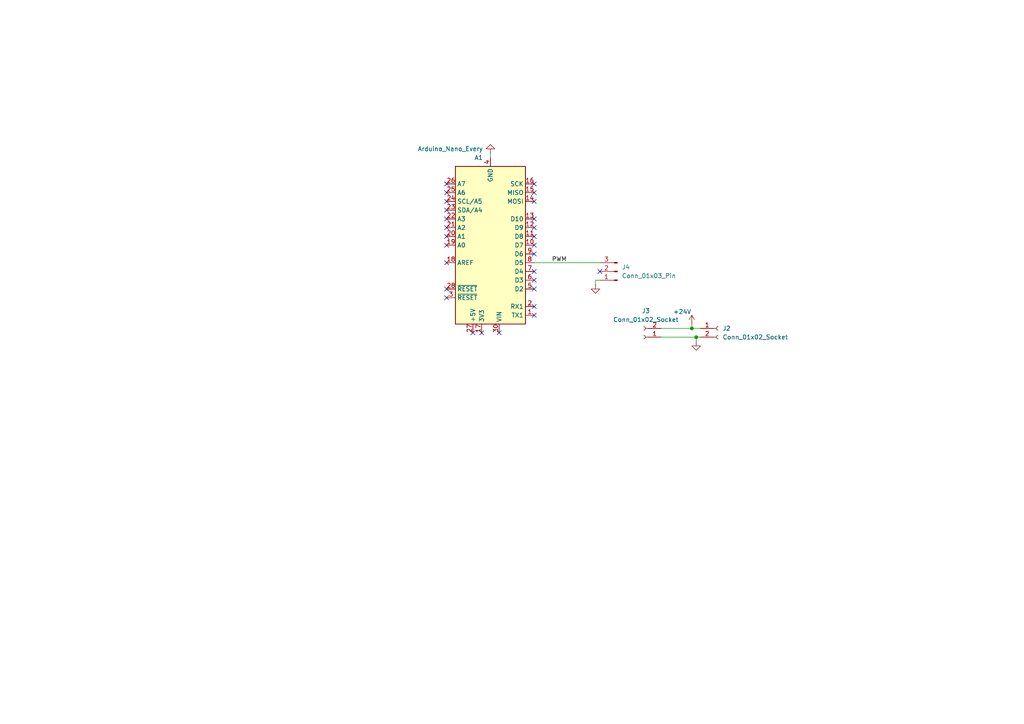
<source format=kicad_sch>
(kicad_sch (version 20250114) (generator "eeschema") (generator_version "9.0")
  (paper "A4")
  (lib_symbols
    (symbol "Connector:Conn_01x02_Socket" (pin_names (offset 1.016) (hide yes))
      (property "Reference" "J" (at 0 2.54 0))
      (property "Value" "Conn_01x02_Socket" (at 0 -5.08 0))
      (symbol "Conn_01x02_Socket_1_1"
        (polyline (pts (xy -1.27 0) (xy -0.508 0)) (stroke (width 0.1524)))
        (polyline (pts (xy -1.27 -2.54) (xy -0.508 -2.54)) (stroke (width 0.1524)))
        (arc (start 0 -0.508) (mid -0.5058 0) (end 0 0.508) (stroke (width 0.1524)))
        (arc (start 0 -3.048) (mid -0.5058 -2.54) (end 0 -2.032) (stroke (width 0.1524)))
        (pin passive line (at -5.08 0 0) (length 3.81) (name "Pin_1") (number "1"))
        (pin passive line (at -5.08 -2.54 0) (length 3.81) (name "Pin_2") (number "2"))
      )
    )
    (symbol "Connector:Conn_01x03_Pin" (pin_names (offset 1.016) (hide yes))
      (property "Reference" "J" (at 0 5.08 0))
      (property "Value" "Conn_01x03_Pin" (at 0 -5.08 0))
      (symbol "Conn_01x03_Pin_1_1"
        (rectangle (start 0.8636 2.667) (end 0 2.413) (stroke (width 0.1524)) (fill (type outline)))
        (rectangle (start 0.8636 0.127) (end 0 -0.127) (stroke (width 0.1524)) (fill (type outline)))
        (rectangle (start 0.8636 -2.413) (end 0 -2.667) (stroke (width 0.1524)) (fill (type outline)))
        (polyline (pts (xy 1.27 2.54) (xy 0.8636 2.54)) (stroke (width 0.1524)))
        (polyline (pts (xy 1.27 0) (xy 0.8636 0)) (stroke (width 0.1524)))
        (polyline (pts (xy 1.27 -2.54) (xy 0.8636 -2.54)) (stroke (width 0.1524)))
        (pin passive line (at 5.08 2.54 180) (length 3.81) (name "Pin_1") (number "1"))
        (pin passive line (at 5.08 0 180) (length 3.81) (name "Pin_2") (number "2"))
        (pin passive line (at 5.08 -2.54 180) (length 3.81) (name "Pin_3") (number "3"))
      )
    )
    (symbol "MCU_Module:Arduino_Nano_Every"
      (property "Reference" "A" (at -10.16 23.495 0))
      (property "Value" "Arduino_Nano_Every" (at 5.08 -24.13 0))
      (symbol "Arduino_Nano_Every_0_1"
        (rectangle (start -10.16 22.86) (end 10.16 -22.86) (stroke (width 0.254)) (fill (type background)))
      )
      (symbol "Arduino_Nano_Every_1_1"
        (pin bidirectional line (at -12.7 20.32 0) (length 2.54) (name "TX1") (number "1"))
        (pin bidirectional line (at -12.7 17.78 0) (length 2.54) (name "RX1") (number "2"))
        (pin bidirectional line (at -12.7 12.7 0) (length 2.54) (name "D2") (number "5"))
        (pin bidirectional line (at -12.7 10.16 0) (length 2.54) (name "D3") (number "6"))
        (pin bidirectional line (at -12.7 7.62 0) (length 2.54) (name "D4") (number "7"))
        (pin bidirectional line (at -12.7 5.08 0) (length 2.54) (name "D5") (number "8"))
        (pin bidirectional line (at -12.7 2.54 0) (length 2.54) (name "D6") (number "9"))
        (pin bidirectional line (at -12.7 0 0) (length 2.54) (name "D7") (number "10"))
        (pin bidirectional line (at -12.7 -2.54 0) (length 2.54) (name "D8") (number "11"))
        (pin bidirectional line (at -12.7 -5.08 0) (length 2.54) (name "D9") (number "12"))
        (pin bidirectional line (at -12.7 -7.62 0) (length 2.54) (name "D10") (number "13"))
        (pin bidirectional line (at -12.7 -12.7 0) (length 2.54) (name "MOSI") (number "14"))
        (pin bidirectional line (at -12.7 -15.24 0) (length 2.54) (name "MISO") (number "15"))
        (pin bidirectional line (at -12.7 -17.78 0) (length 2.54) (name "SCK") (number "16"))
        (pin power_in line (at -2.54 25.4 270) (length 2.54) (name "VIN") (number "30"))
        (pin passive line (at 0 -25.4 90) (length 2.54) (hide yes) (name "GND") (number "29"))
        (pin power_in line (at 0 -25.4 90) (length 2.54) (name "GND") (number "4"))
        (pin power_out line (at 2.54 25.4 270) (length 2.54) (name "3V3") (number "17"))
        (pin power_out line (at 5.08 25.4 270) (length 2.54) (name "+5V") (number "27"))
        (pin input line (at 12.7 15.24 180) (length 2.54) (name "~{RESET}") (number "3"))
        (pin input line (at 12.7 12.7 180) (length 2.54) (name "~{RESET}") (number "28"))
        (pin input line (at 12.7 5.08 180) (length 2.54) (name "AREF") (number "18"))
        (pin bidirectional line (at 12.7 0 180) (length 2.54) (name "A0") (number "19"))
        (pin bidirectional line (at 12.7 -2.54 180) (length 2.54) (name "A1") (number "20"))
        (pin bidirectional line (at 12.7 -5.08 180) (length 2.54) (name "A2") (number "21"))
        (pin bidirectional line (at 12.7 -7.62 180) (length 2.54) (name "A3") (number "22"))
        (pin bidirectional line (at 12.7 -10.16 180) (length 2.54) (name "SDA/A4") (number "23"))
        (pin bidirectional line (at 12.7 -12.7 180) (length 2.54) (name "SCL/A5") (number "24"))
        (pin bidirectional line (at 12.7 -15.24 180) (length 2.54) (name "A6") (number "25"))
        (pin bidirectional line (at 12.7 -17.78 180) (length 2.54) (name "A7") (number "26"))
      )
    )
    (symbol "power:+24V" (power) (pin_numbers (hide yes)) (pin_names (offset 0) (hide yes))
      (property "Value" "+24V" (at 0 3.556 0))
      (symbol "+24V_0_1"
        (polyline (pts (xy -0.762 1.27) (xy 0 2.54)))
        (polyline (pts (xy 0 2.54) (xy 0.762 1.27)))
        (polyline (pts (xy 0 0) (xy 0 2.54)))
      )
      (symbol "+24V_1_1"
        (pin power_in line (at 0 0 90) (length 0) (name "~") (number "1"))
      )
    )
    (symbol "power:GND" (power) (pin_numbers (hide yes)) (pin_names (offset 0) (hide yes))
      (property "Value" "GND" (at 0 -3.81 0))
      (symbol "GND_0_1"
        (polyline (pts (xy 0 0) (xy 0 -1.27) (xy 1.27 -1.27) (xy 0 -2.54) (xy -1.27 -1.27) (xy 0 -1.27)))
      )
      (symbol "GND_1_1"
        (pin power_in line (at 0 0 270) (length 0) (name "~") (number "1"))
      )
    )
  )
  (junction (at 200.66 95.25))
  (junction (at 201.93 97.79))
  (no_connect (at 154.94 78.74))
  (no_connect (at 129.54 76.2))
  (no_connect (at 154.94 53.34))
  (no_connect (at 154.94 55.88))
  (no_connect (at 129.54 71.12))
  (no_connect (at 154.94 91.44))
  (no_connect (at 129.54 63.5))
  (no_connect (at 139.7 96.52))
  (no_connect (at 154.94 71.12))
  (no_connect (at 154.94 81.28))
  (no_connect (at 137.16 96.52))
  (no_connect (at 154.94 58.42))
  (no_connect (at 129.54 66.04))
  (no_connect (at 154.94 66.04))
  (no_connect (at 129.54 86.36))
  (no_connect (at 154.94 83.82))
  (no_connect (at 144.78 96.52))
  (no_connect (at 129.54 60.96))
  (no_connect (at 173.99 78.74))
  (no_connect (at 129.54 58.42))
  (no_connect (at 129.54 55.88))
  (no_connect (at 154.94 68.58))
  (no_connect (at 154.94 73.66))
  (no_connect (at 154.94 63.5))
  (no_connect (at 129.54 83.82))
  (no_connect (at 154.94 88.9))
  (no_connect (at 129.54 53.34))
  (no_connect (at 129.54 68.58))
  (wire (pts (xy 142.24 44.45) (xy 142.24 45.72)))
  (wire (pts (xy 191.77 97.79) (xy 201.93 97.79)))
  (wire (pts (xy 200.66 95.25) (xy 203.2 95.25)))
  (wire (pts (xy 201.93 99.06) (xy 201.93 97.79)))
  (wire (pts (xy 200.66 93.98) (xy 200.66 95.25)))
  (wire (pts (xy 201.93 97.79) (xy 203.2 97.79)))
  (wire (pts (xy 191.77 95.25) (xy 200.66 95.25)))
  (wire (pts (xy 172.72 81.28) (xy 173.99 81.28)))
  (wire (pts (xy 154.94 76.2) (xy 173.99 76.2)))
  (wire (pts (xy 172.72 82.55) (xy 172.72 81.28)))
  (label "PWM" (at 160.02 76.2 0))
  (symbol (lib_id "power:GND") (at 142.24 44.45 180) (unit 1)
    (property "Reference" "#PWR03" (effects (hide yes)))
    (property "Value" "GND" (effects (hide yes)))
    (property "Description" "Power symbol creates a global label with name \"GND\" , ground" (effects (hide yes)))
  )
  (symbol (lib_id "power:GND") (at 172.72 82.55 0) (unit 1)
    (property "Reference" "#PWR02" (effects (hide yes)))
    (property "Value" "GND" (effects (hide yes)))
    (property "Description" "Power symbol creates a global label with name \"GND\" , ground" (effects (hide yes)))
  )
  (symbol (lib_id "Connector:Conn_01x02_Socket") (at 186.69 97.79 180) (unit 1)
    (property "Reference" "J3" (at 187.325 90.17 0))
    (property "Value" "Conn_01x02_Socket" (at 187.325 92.71 0))
    (property "Footprint" "TerminalBlock:TerminalBlock_MaiXu_MX126-5.0-02P_1x02_P5.00mm" (effects (hide yes)))
    (property "Description" "Generic connector, single row, 01x02, script generated" (effects (hide yes)))
  )
  (symbol (lib_id "Connector:Conn_01x03_Pin") (at 179.07 78.74 180) (unit 1)
    (property "Reference" "J4" (at 180.34 77.4699 0) (effects (justify right)))
    (property "Value" "Conn_01x03_Pin" (at 180.34 80.0099 0) (effects (justify right)))
    (property "Footprint" "Connector_PinHeader_2.54mm:PinHeader_1x03_P2.54mm_Vertical" (effects (hide yes)))
    (property "Description" "Generic connector, single row, 01x03, script generated" (effects (hide yes)))
  )
  (symbol (lib_id "power:+24V") (at 200.66 93.98 0) (unit 1)
    (property "Reference" "#PWR04" (effects (hide yes)))
    (property "Value" "+24V" (at 197.866 90.424 0))
    (property "Description" "Power symbol creates a global label with name \"+24V\"" (effects (hide yes)))
  )
  (symbol (lib_id "Connector:Conn_01x02_Socket") (at 208.28 95.25 0) (unit 1)
    (property "Reference" "J2" (at 209.55 95.2499 0) (effects (justify left)))
    (property "Value" "Conn_01x02_Socket" (at 209.55 97.7899 0) (effects (justify left)))
    (property "Footprint" "TerminalBlock:TerminalBlock_MaiXu_MX126-5.0-02P_1x02_P5.00mm" (effects (hide yes)))
    (property "Description" "Generic connector, single row, 01x02, script generated" (effects (hide yes)))
  )
  (symbol (lib_id "power:GND") (at 201.93 99.06 0) (unit 1)
    (property "Reference" "#PWR01" (effects (hide yes)))
    (property "Value" "GND" (effects (hide yes)))
    (property "Description" "Power symbol creates a global label with name \"GND\" , ground" (effects (hide yes)))
  )
  (symbol (lib_id "MCU_Module:Arduino_Nano_Every") (at 142.24 71.12 180) (unit 1)
    (property "Reference" "A1" (at 140.0967 45.72 0) (effects (justify left)))
    (property "Value" "Arduino_Nano_Every" (at 140.0967 43.18 0) (effects (justify left)))
    (property "Footprint" "Module:Arduino_Nano" (effects (hide yes)))
    (property "Datasheet" "https://content.arduino.cc/assets/NANOEveryV3.0_sch.pdf" (effects (hide yes)))
    (property "Description" "Arduino Nano Every" (effects (hide yes)))
  )
)
</source>
